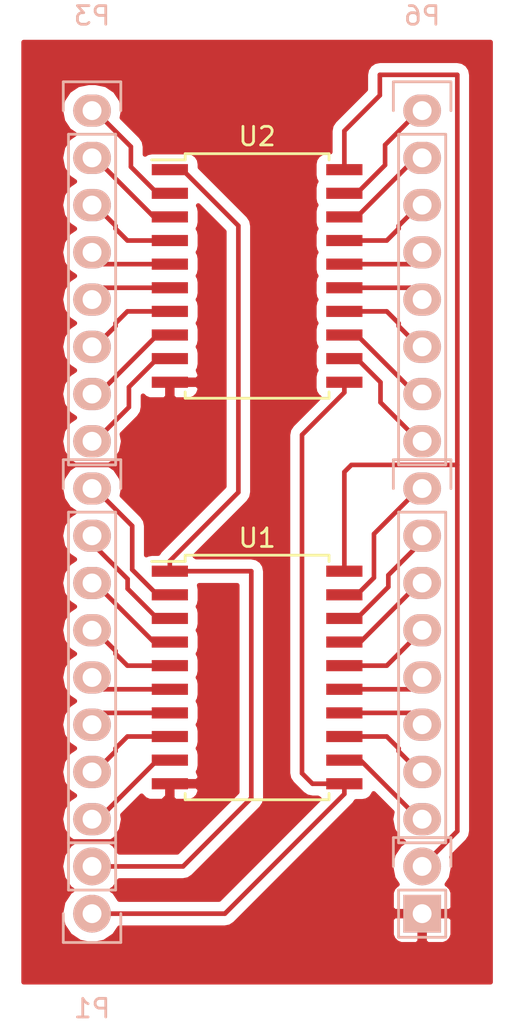
<source format=kicad_pcb>
(kicad_pcb (version 4) (host pcbnew 4.0.2+dfsg1-stable)

  (general
    (links 40)
    (no_connects 0)
    (area 132.051667 85.215 160.048334 140.695)
    (thickness 1.6)
    (drawings 0)
    (tracks 152)
    (zones 0)
    (modules 8)
    (nets 37)
  )

  (page A4)
  (layers
    (0 F.Cu signal)
    (31 B.Cu signal)
    (32 B.Adhes user)
    (33 F.Adhes user)
    (34 B.Paste user)
    (35 F.Paste user)
    (36 B.SilkS user)
    (37 F.SilkS user)
    (38 B.Mask user)
    (39 F.Mask user)
    (40 Dwgs.User user)
    (41 Cmts.User user)
    (42 Eco1.User user)
    (43 Eco2.User user)
    (44 Edge.Cuts user)
    (45 Margin user)
    (46 B.CrtYd user)
    (47 F.CrtYd user)
    (48 B.Fab user)
    (49 F.Fab user)
  )

  (setup
    (last_trace_width 0.25)
    (trace_clearance 0.2)
    (zone_clearance 0.508)
    (zone_45_only no)
    (trace_min 0.2)
    (segment_width 0.2)
    (edge_width 0.15)
    (via_size 0.6)
    (via_drill 0.4)
    (via_min_size 0.4)
    (via_min_drill 0.3)
    (uvia_size 0.3)
    (uvia_drill 0.1)
    (uvias_allowed no)
    (uvia_min_size 0.2)
    (uvia_min_drill 0.1)
    (pcb_text_width 0.3)
    (pcb_text_size 1.5 1.5)
    (mod_edge_width 0.15)
    (mod_text_size 1 1)
    (mod_text_width 0.15)
    (pad_size 2.032 2.032)
    (pad_drill 1.016)
    (pad_to_mask_clearance 0.2)
    (aux_axis_origin 0 0)
    (visible_elements FFFFFF7F)
    (pcbplotparams
      (layerselection 0x00000_00000001)
      (usegerberextensions false)
      (excludeedgelayer true)
      (linewidth 0.100000)
      (plotframeref false)
      (viasonmask false)
      (mode 1)
      (useauxorigin false)
      (hpglpennumber 1)
      (hpglpenspeed 20)
      (hpglpendiameter 15)
      (hpglpenoverlay 2)
      (psnegative false)
      (psa4output false)
      (plotreference true)
      (plotvalue true)
      (plotinvisibletext false)
      (padsonsilk false)
      (subtractmaskfromsilk false)
      (outputformat 4)
      (mirror true)
      (drillshape 1)
      (scaleselection 1)
      (outputdirectory ""))
  )

  (net 0 "")
  (net 1 /CLK)
  (net 2 "Net-(P1-Pad2)")
  (net 3 "Net-(P2-Pad1)")
  (net 4 "Net-(P2-Pad2)")
  (net 5 "Net-(P2-Pad3)")
  (net 6 "Net-(P2-Pad4)")
  (net 7 "Net-(P2-Pad5)")
  (net 8 "Net-(P2-Pad6)")
  (net 9 "Net-(P2-Pad7)")
  (net 10 "Net-(P2-Pad8)")
  (net 11 "Net-(P3-Pad1)")
  (net 12 "Net-(P3-Pad2)")
  (net 13 "Net-(P3-Pad3)")
  (net 14 "Net-(P3-Pad4)")
  (net 15 "Net-(P3-Pad5)")
  (net 16 "Net-(P3-Pad6)")
  (net 17 "Net-(P3-Pad7)")
  (net 18 "Net-(P3-Pad8)")
  (net 19 VCC)
  (net 20 GND)
  (net 21 "Net-(P5-Pad1)")
  (net 22 "Net-(P5-Pad2)")
  (net 23 "Net-(P5-Pad3)")
  (net 24 "Net-(P5-Pad4)")
  (net 25 "Net-(P5-Pad5)")
  (net 26 "Net-(P5-Pad6)")
  (net 27 "Net-(P5-Pad7)")
  (net 28 "Net-(P5-Pad8)")
  (net 29 "Net-(P6-Pad1)")
  (net 30 "Net-(P6-Pad2)")
  (net 31 "Net-(P6-Pad3)")
  (net 32 "Net-(P6-Pad4)")
  (net 33 "Net-(P6-Pad5)")
  (net 34 "Net-(P6-Pad6)")
  (net 35 "Net-(P6-Pad7)")
  (net 36 "Net-(P6-Pad8)")

  (net_class Default "This is the default net class."
    (clearance 0.2)
    (trace_width 0.25)
    (via_dia 0.6)
    (via_drill 0.4)
    (uvia_dia 0.3)
    (uvia_drill 0.1)
    (add_net /CLK)
    (add_net GND)
    (add_net "Net-(P1-Pad2)")
    (add_net "Net-(P2-Pad1)")
    (add_net "Net-(P2-Pad2)")
    (add_net "Net-(P2-Pad3)")
    (add_net "Net-(P2-Pad4)")
    (add_net "Net-(P2-Pad5)")
    (add_net "Net-(P2-Pad6)")
    (add_net "Net-(P2-Pad7)")
    (add_net "Net-(P2-Pad8)")
    (add_net "Net-(P3-Pad1)")
    (add_net "Net-(P3-Pad2)")
    (add_net "Net-(P3-Pad3)")
    (add_net "Net-(P3-Pad4)")
    (add_net "Net-(P3-Pad5)")
    (add_net "Net-(P3-Pad6)")
    (add_net "Net-(P3-Pad7)")
    (add_net "Net-(P3-Pad8)")
    (add_net "Net-(P5-Pad1)")
    (add_net "Net-(P5-Pad2)")
    (add_net "Net-(P5-Pad3)")
    (add_net "Net-(P5-Pad4)")
    (add_net "Net-(P5-Pad5)")
    (add_net "Net-(P5-Pad6)")
    (add_net "Net-(P5-Pad7)")
    (add_net "Net-(P5-Pad8)")
    (add_net "Net-(P6-Pad1)")
    (add_net "Net-(P6-Pad2)")
    (add_net "Net-(P6-Pad3)")
    (add_net "Net-(P6-Pad4)")
    (add_net "Net-(P6-Pad5)")
    (add_net "Net-(P6-Pad6)")
    (add_net "Net-(P6-Pad7)")
    (add_net "Net-(P6-Pad8)")
    (add_net VCC)
  )

  (module Pin_Headers:Pin_Header_Straight_1x02 (layer B.Cu) (tedit 5AA16CB7) (tstamp 5AA26C74)
    (at 137.16 134.62)
    (descr "Through hole pin header")
    (tags "pin header")
    (path /5AA1718D)
    (fp_text reference P1 (at 0 5.1) (layer B.SilkS)
      (effects (font (size 1 1) (thickness 0.15)) (justify mirror))
    )
    (fp_text value CONN_01X02 (at 0 3.1) (layer B.Fab)
      (effects (font (size 1 1) (thickness 0.15)) (justify mirror))
    )
    (fp_line (start 1.27 -1.27) (end 1.27 -3.81) (layer B.SilkS) (width 0.15))
    (fp_line (start 1.55 1.55) (end 1.55 0) (layer B.SilkS) (width 0.15))
    (fp_line (start -1.75 1.75) (end -1.75 -4.3) (layer B.CrtYd) (width 0.05))
    (fp_line (start 1.75 1.75) (end 1.75 -4.3) (layer B.CrtYd) (width 0.05))
    (fp_line (start -1.75 1.75) (end 1.75 1.75) (layer B.CrtYd) (width 0.05))
    (fp_line (start -1.75 -4.3) (end 1.75 -4.3) (layer B.CrtYd) (width 0.05))
    (fp_line (start 1.27 -1.27) (end -1.27 -1.27) (layer B.SilkS) (width 0.15))
    (fp_line (start -1.55 0) (end -1.55 1.55) (layer B.SilkS) (width 0.15))
    (fp_line (start -1.55 1.55) (end 1.55 1.55) (layer B.SilkS) (width 0.15))
    (fp_line (start -1.27 -1.27) (end -1.27 -3.81) (layer B.SilkS) (width 0.15))
    (fp_line (start -1.27 -3.81) (end 1.27 -3.81) (layer B.SilkS) (width 0.15))
    (pad 1 thru_hole oval (at 0 0) (size 2.032 2.032) (drill 1.016) (layers *.Cu *.Mask B.SilkS)
      (net 1 /CLK))
    (pad 2 thru_hole oval (at 0 -2.54) (size 2.032 2.032) (drill 1.016) (layers *.Cu *.Mask B.SilkS)
      (net 2 "Net-(P1-Pad2)"))
    (model Pin_Headers.3dshapes/Pin_Header_Straight_1x02.wrl
      (at (xyz 0 -0.05 0))
      (scale (xyz 1 1 1))
      (rotate (xyz 0 0 90))
    )
  )

  (module Pin_Headers:Pin_Header_Straight_1x08 (layer B.Cu) (tedit 5AA16C69) (tstamp 5AA26C80)
    (at 137.16 111.76 180)
    (descr "Through hole pin header")
    (tags "pin header")
    (path /5AA16BDE)
    (fp_text reference P2 (at 0 5.1 180) (layer B.SilkS)
      (effects (font (size 1 1) (thickness 0.15)) (justify mirror))
    )
    (fp_text value CONN_01X08 (at 0 3.1 180) (layer B.Fab)
      (effects (font (size 1 1) (thickness 0.15)) (justify mirror))
    )
    (fp_line (start -1.75 1.75) (end -1.75 -19.55) (layer B.CrtYd) (width 0.05))
    (fp_line (start 1.75 1.75) (end 1.75 -19.55) (layer B.CrtYd) (width 0.05))
    (fp_line (start -1.75 1.75) (end 1.75 1.75) (layer B.CrtYd) (width 0.05))
    (fp_line (start -1.75 -19.55) (end 1.75 -19.55) (layer B.CrtYd) (width 0.05))
    (fp_line (start 1.27 -1.27) (end 1.27 -19.05) (layer B.SilkS) (width 0.15))
    (fp_line (start 1.27 -19.05) (end -1.27 -19.05) (layer B.SilkS) (width 0.15))
    (fp_line (start -1.27 -19.05) (end -1.27 -1.27) (layer B.SilkS) (width 0.15))
    (fp_line (start 1.55 1.55) (end 1.55 0) (layer B.SilkS) (width 0.15))
    (fp_line (start 1.27 -1.27) (end -1.27 -1.27) (layer B.SilkS) (width 0.15))
    (fp_line (start -1.55 0) (end -1.55 1.55) (layer B.SilkS) (width 0.15))
    (fp_line (start -1.55 1.55) (end 1.55 1.55) (layer B.SilkS) (width 0.15))
    (pad 1 thru_hole oval (at 0 0 180) (size 2.032 1.7272) (drill 1.016) (layers *.Cu *.Mask B.SilkS)
      (net 3 "Net-(P2-Pad1)"))
    (pad 2 thru_hole oval (at 0 -2.54 180) (size 2.032 1.7272) (drill 1.016) (layers *.Cu *.Mask B.SilkS)
      (net 4 "Net-(P2-Pad2)"))
    (pad 3 thru_hole oval (at 0 -5.08 180) (size 2.032 1.7272) (drill 1.016) (layers *.Cu *.Mask B.SilkS)
      (net 5 "Net-(P2-Pad3)"))
    (pad 4 thru_hole oval (at 0 -7.62 180) (size 2.032 1.7272) (drill 1.016) (layers *.Cu *.Mask B.SilkS)
      (net 6 "Net-(P2-Pad4)"))
    (pad 5 thru_hole oval (at 0 -10.16 180) (size 2.032 1.7272) (drill 1.016) (layers *.Cu *.Mask B.SilkS)
      (net 7 "Net-(P2-Pad5)"))
    (pad 6 thru_hole oval (at 0 -12.7 180) (size 2.032 1.7272) (drill 1.016) (layers *.Cu *.Mask B.SilkS)
      (net 8 "Net-(P2-Pad6)"))
    (pad 7 thru_hole oval (at 0 -15.24 180) (size 2.032 1.7272) (drill 1.016) (layers *.Cu *.Mask B.SilkS)
      (net 9 "Net-(P2-Pad7)"))
    (pad 8 thru_hole oval (at 0 -17.78 180) (size 2.032 1.7272) (drill 1.016) (layers *.Cu *.Mask B.SilkS)
      (net 10 "Net-(P2-Pad8)"))
    (model Pin_Headers.3dshapes/Pin_Header_Straight_1x08.wrl
      (at (xyz 0 -0.35 0))
      (scale (xyz 1 1 1))
      (rotate (xyz 0 0 90))
    )
  )

  (module Pin_Headers:Pin_Header_Straight_1x08 (layer B.Cu) (tedit 5AA16C76) (tstamp 5AA26C8C)
    (at 137.16 91.44 180)
    (descr "Through hole pin header")
    (tags "pin header")
    (path /5AA16D33)
    (fp_text reference P3 (at 0 5.1 180) (layer B.SilkS)
      (effects (font (size 1 1) (thickness 0.15)) (justify mirror))
    )
    (fp_text value CONN_01X08 (at 0 3.1 180) (layer B.Fab)
      (effects (font (size 1 1) (thickness 0.15)) (justify mirror))
    )
    (fp_line (start -1.75 1.75) (end -1.75 -19.55) (layer B.CrtYd) (width 0.05))
    (fp_line (start 1.75 1.75) (end 1.75 -19.55) (layer B.CrtYd) (width 0.05))
    (fp_line (start -1.75 1.75) (end 1.75 1.75) (layer B.CrtYd) (width 0.05))
    (fp_line (start -1.75 -19.55) (end 1.75 -19.55) (layer B.CrtYd) (width 0.05))
    (fp_line (start 1.27 -1.27) (end 1.27 -19.05) (layer B.SilkS) (width 0.15))
    (fp_line (start 1.27 -19.05) (end -1.27 -19.05) (layer B.SilkS) (width 0.15))
    (fp_line (start -1.27 -19.05) (end -1.27 -1.27) (layer B.SilkS) (width 0.15))
    (fp_line (start 1.55 1.55) (end 1.55 0) (layer B.SilkS) (width 0.15))
    (fp_line (start 1.27 -1.27) (end -1.27 -1.27) (layer B.SilkS) (width 0.15))
    (fp_line (start -1.55 0) (end -1.55 1.55) (layer B.SilkS) (width 0.15))
    (fp_line (start -1.55 1.55) (end 1.55 1.55) (layer B.SilkS) (width 0.15))
    (pad 1 thru_hole oval (at 0 0 180) (size 2.032 1.7272) (drill 1.016) (layers *.Cu *.Mask B.SilkS)
      (net 11 "Net-(P3-Pad1)"))
    (pad 2 thru_hole oval (at 0 -2.54 180) (size 2.032 1.7272) (drill 1.016) (layers *.Cu *.Mask B.SilkS)
      (net 12 "Net-(P3-Pad2)"))
    (pad 3 thru_hole oval (at 0 -5.08 180) (size 2.032 1.7272) (drill 1.016) (layers *.Cu *.Mask B.SilkS)
      (net 13 "Net-(P3-Pad3)"))
    (pad 4 thru_hole oval (at 0 -7.62 180) (size 2.032 1.7272) (drill 1.016) (layers *.Cu *.Mask B.SilkS)
      (net 14 "Net-(P3-Pad4)"))
    (pad 5 thru_hole oval (at 0 -10.16 180) (size 2.032 1.7272) (drill 1.016) (layers *.Cu *.Mask B.SilkS)
      (net 15 "Net-(P3-Pad5)"))
    (pad 6 thru_hole oval (at 0 -12.7 180) (size 2.032 1.7272) (drill 1.016) (layers *.Cu *.Mask B.SilkS)
      (net 16 "Net-(P3-Pad6)"))
    (pad 7 thru_hole oval (at 0 -15.24 180) (size 2.032 1.7272) (drill 1.016) (layers *.Cu *.Mask B.SilkS)
      (net 17 "Net-(P3-Pad7)"))
    (pad 8 thru_hole oval (at 0 -17.78 180) (size 2.032 1.7272) (drill 1.016) (layers *.Cu *.Mask B.SilkS)
      (net 18 "Net-(P3-Pad8)"))
    (model Pin_Headers.3dshapes/Pin_Header_Straight_1x08.wrl
      (at (xyz 0 -0.35 0))
      (scale (xyz 1 1 1))
      (rotate (xyz 0 0 90))
    )
  )

  (module Pin_Headers:Pin_Header_Straight_1x02 (layer B.Cu) (tedit 5AA16CBF) (tstamp 5AA26C92)
    (at 154.94 132.08 180)
    (descr "Through hole pin header")
    (tags "pin header")
    (path /5AA1723C)
    (fp_text reference P4 (at 0 5.1 180) (layer B.SilkS)
      (effects (font (size 1 1) (thickness 0.15)) (justify mirror))
    )
    (fp_text value CONN_01X02 (at 0 3.1 180) (layer B.Fab)
      (effects (font (size 1 1) (thickness 0.15)) (justify mirror))
    )
    (fp_line (start 1.27 -1.27) (end 1.27 -3.81) (layer B.SilkS) (width 0.15))
    (fp_line (start 1.55 1.55) (end 1.55 0) (layer B.SilkS) (width 0.15))
    (fp_line (start -1.75 1.75) (end -1.75 -4.3) (layer B.CrtYd) (width 0.05))
    (fp_line (start 1.75 1.75) (end 1.75 -4.3) (layer B.CrtYd) (width 0.05))
    (fp_line (start -1.75 1.75) (end 1.75 1.75) (layer B.CrtYd) (width 0.05))
    (fp_line (start -1.75 -4.3) (end 1.75 -4.3) (layer B.CrtYd) (width 0.05))
    (fp_line (start 1.27 -1.27) (end -1.27 -1.27) (layer B.SilkS) (width 0.15))
    (fp_line (start -1.55 0) (end -1.55 1.55) (layer B.SilkS) (width 0.15))
    (fp_line (start -1.55 1.55) (end 1.55 1.55) (layer B.SilkS) (width 0.15))
    (fp_line (start -1.27 -1.27) (end -1.27 -3.81) (layer B.SilkS) (width 0.15))
    (fp_line (start -1.27 -3.81) (end 1.27 -3.81) (layer B.SilkS) (width 0.15))
    (pad 1 thru_hole oval (at 0 0 180) (size 2.032 2.032) (drill 1.016) (layers *.Cu *.Mask B.SilkS)
      (net 19 VCC))
    (pad 2 thru_hole rect (at 0 -2.54 180) (size 2.032 2.032) (drill 1.016) (layers *.Cu *.Mask B.SilkS)
      (net 20 GND))
    (model Pin_Headers.3dshapes/Pin_Header_Straight_1x02.wrl
      (at (xyz 0 -0.05 0))
      (scale (xyz 1 1 1))
      (rotate (xyz 0 0 90))
    )
  )

  (module Pin_Headers:Pin_Header_Straight_1x08 (layer B.Cu) (tedit 5AA16CAC) (tstamp 5AA26C9E)
    (at 154.94 111.76 180)
    (descr "Through hole pin header")
    (tags "pin header")
    (path /5AA16DC2)
    (fp_text reference P5 (at 0 5.1 180) (layer B.SilkS)
      (effects (font (size 1 1) (thickness 0.15)) (justify mirror))
    )
    (fp_text value CONN_01X08 (at 0 3.1 180) (layer B.Fab)
      (effects (font (size 1 1) (thickness 0.15)) (justify mirror))
    )
    (fp_line (start -1.75 1.75) (end -1.75 -19.55) (layer B.CrtYd) (width 0.05))
    (fp_line (start 1.75 1.75) (end 1.75 -19.55) (layer B.CrtYd) (width 0.05))
    (fp_line (start -1.75 1.75) (end 1.75 1.75) (layer B.CrtYd) (width 0.05))
    (fp_line (start -1.75 -19.55) (end 1.75 -19.55) (layer B.CrtYd) (width 0.05))
    (fp_line (start 1.27 -1.27) (end 1.27 -19.05) (layer B.SilkS) (width 0.15))
    (fp_line (start 1.27 -19.05) (end -1.27 -19.05) (layer B.SilkS) (width 0.15))
    (fp_line (start -1.27 -19.05) (end -1.27 -1.27) (layer B.SilkS) (width 0.15))
    (fp_line (start 1.55 1.55) (end 1.55 0) (layer B.SilkS) (width 0.15))
    (fp_line (start 1.27 -1.27) (end -1.27 -1.27) (layer B.SilkS) (width 0.15))
    (fp_line (start -1.55 0) (end -1.55 1.55) (layer B.SilkS) (width 0.15))
    (fp_line (start -1.55 1.55) (end 1.55 1.55) (layer B.SilkS) (width 0.15))
    (pad 1 thru_hole oval (at 0 0 180) (size 2.032 1.7272) (drill 1.016) (layers *.Cu *.Mask B.SilkS)
      (net 21 "Net-(P5-Pad1)"))
    (pad 2 thru_hole oval (at 0 -2.54 180) (size 2.032 1.7272) (drill 1.016) (layers *.Cu *.Mask B.SilkS)
      (net 22 "Net-(P5-Pad2)"))
    (pad 3 thru_hole oval (at 0 -5.08 180) (size 2.032 1.7272) (drill 1.016) (layers *.Cu *.Mask B.SilkS)
      (net 23 "Net-(P5-Pad3)"))
    (pad 4 thru_hole oval (at 0 -7.62 180) (size 2.032 1.7272) (drill 1.016) (layers *.Cu *.Mask B.SilkS)
      (net 24 "Net-(P5-Pad4)"))
    (pad 5 thru_hole oval (at 0 -10.16 180) (size 2.032 1.7272) (drill 1.016) (layers *.Cu *.Mask B.SilkS)
      (net 25 "Net-(P5-Pad5)"))
    (pad 6 thru_hole oval (at 0 -12.7 180) (size 2.032 1.7272) (drill 1.016) (layers *.Cu *.Mask B.SilkS)
      (net 26 "Net-(P5-Pad6)"))
    (pad 7 thru_hole oval (at 0 -15.24 180) (size 2.032 1.7272) (drill 1.016) (layers *.Cu *.Mask B.SilkS)
      (net 27 "Net-(P5-Pad7)"))
    (pad 8 thru_hole oval (at 0 -17.78 180) (size 2.032 1.7272) (drill 1.016) (layers *.Cu *.Mask B.SilkS)
      (net 28 "Net-(P5-Pad8)"))
    (model Pin_Headers.3dshapes/Pin_Header_Straight_1x08.wrl
      (at (xyz 0 -0.35 0))
      (scale (xyz 1 1 1))
      (rotate (xyz 0 0 90))
    )
  )

  (module Pin_Headers:Pin_Header_Straight_1x08 (layer B.Cu) (tedit 5AA16CA1) (tstamp 5AA26CAA)
    (at 154.94 91.44 180)
    (descr "Through hole pin header")
    (tags "pin header")
    (path /5AA16D73)
    (fp_text reference P6 (at 0 5.1 180) (layer B.SilkS)
      (effects (font (size 1 1) (thickness 0.15)) (justify mirror))
    )
    (fp_text value CONN_01X08 (at 0 3.1 180) (layer B.Fab)
      (effects (font (size 1 1) (thickness 0.15)) (justify mirror))
    )
    (fp_line (start -1.75 1.75) (end -1.75 -19.55) (layer B.CrtYd) (width 0.05))
    (fp_line (start 1.75 1.75) (end 1.75 -19.55) (layer B.CrtYd) (width 0.05))
    (fp_line (start -1.75 1.75) (end 1.75 1.75) (layer B.CrtYd) (width 0.05))
    (fp_line (start -1.75 -19.55) (end 1.75 -19.55) (layer B.CrtYd) (width 0.05))
    (fp_line (start 1.27 -1.27) (end 1.27 -19.05) (layer B.SilkS) (width 0.15))
    (fp_line (start 1.27 -19.05) (end -1.27 -19.05) (layer B.SilkS) (width 0.15))
    (fp_line (start -1.27 -19.05) (end -1.27 -1.27) (layer B.SilkS) (width 0.15))
    (fp_line (start 1.55 1.55) (end 1.55 0) (layer B.SilkS) (width 0.15))
    (fp_line (start 1.27 -1.27) (end -1.27 -1.27) (layer B.SilkS) (width 0.15))
    (fp_line (start -1.55 0) (end -1.55 1.55) (layer B.SilkS) (width 0.15))
    (fp_line (start -1.55 1.55) (end 1.55 1.55) (layer B.SilkS) (width 0.15))
    (pad 1 thru_hole oval (at 0 0 180) (size 2.032 1.7272) (drill 1.016) (layers *.Cu *.Mask B.SilkS)
      (net 29 "Net-(P6-Pad1)"))
    (pad 2 thru_hole oval (at 0 -2.54 180) (size 2.032 1.7272) (drill 1.016) (layers *.Cu *.Mask B.SilkS)
      (net 30 "Net-(P6-Pad2)"))
    (pad 3 thru_hole oval (at 0 -5.08 180) (size 2.032 1.7272) (drill 1.016) (layers *.Cu *.Mask B.SilkS)
      (net 31 "Net-(P6-Pad3)"))
    (pad 4 thru_hole oval (at 0 -7.62 180) (size 2.032 1.7272) (drill 1.016) (layers *.Cu *.Mask B.SilkS)
      (net 32 "Net-(P6-Pad4)"))
    (pad 5 thru_hole oval (at 0 -10.16 180) (size 2.032 1.7272) (drill 1.016) (layers *.Cu *.Mask B.SilkS)
      (net 33 "Net-(P6-Pad5)"))
    (pad 6 thru_hole oval (at 0 -12.7 180) (size 2.032 1.7272) (drill 1.016) (layers *.Cu *.Mask B.SilkS)
      (net 34 "Net-(P6-Pad6)"))
    (pad 7 thru_hole oval (at 0 -15.24 180) (size 2.032 1.7272) (drill 1.016) (layers *.Cu *.Mask B.SilkS)
      (net 35 "Net-(P6-Pad7)"))
    (pad 8 thru_hole oval (at 0 -17.78 180) (size 2.032 1.7272) (drill 1.016) (layers *.Cu *.Mask B.SilkS)
      (net 36 "Net-(P6-Pad8)"))
    (model Pin_Headers.3dshapes/Pin_Header_Straight_1x08.wrl
      (at (xyz 0 -0.35 0))
      (scale (xyz 1 1 1))
      (rotate (xyz 0 0 90))
    )
  )

  (module Housings_SOIC:SOIC-20_7.5x12.8mm_Pitch1.27mm (layer F.Cu) (tedit 54130A77) (tstamp 5AA26CC2)
    (at 146.05 121.92)
    (descr "20-Lead Plastic Small Outline (SO) - Wide, 7.50 mm Body [SOIC] (see Microchip Packaging Specification 00000049BS.pdf)")
    (tags "SOIC 1.27")
    (path /5AA1662B)
    (attr smd)
    (fp_text reference U1 (at 0 -7.5) (layer F.SilkS)
      (effects (font (size 1 1) (thickness 0.15)))
    )
    (fp_text value 74LS574 (at 0 7.5) (layer F.Fab)
      (effects (font (size 1 1) (thickness 0.15)))
    )
    (fp_line (start -5.95 -6.75) (end -5.95 6.75) (layer F.CrtYd) (width 0.05))
    (fp_line (start 5.95 -6.75) (end 5.95 6.75) (layer F.CrtYd) (width 0.05))
    (fp_line (start -5.95 -6.75) (end 5.95 -6.75) (layer F.CrtYd) (width 0.05))
    (fp_line (start -5.95 6.75) (end 5.95 6.75) (layer F.CrtYd) (width 0.05))
    (fp_line (start -3.875 -6.575) (end -3.875 -6.24) (layer F.SilkS) (width 0.15))
    (fp_line (start 3.875 -6.575) (end 3.875 -6.24) (layer F.SilkS) (width 0.15))
    (fp_line (start 3.875 6.575) (end 3.875 6.24) (layer F.SilkS) (width 0.15))
    (fp_line (start -3.875 6.575) (end -3.875 6.24) (layer F.SilkS) (width 0.15))
    (fp_line (start -3.875 -6.575) (end 3.875 -6.575) (layer F.SilkS) (width 0.15))
    (fp_line (start -3.875 6.575) (end 3.875 6.575) (layer F.SilkS) (width 0.15))
    (fp_line (start -3.875 -6.24) (end -5.675 -6.24) (layer F.SilkS) (width 0.15))
    (pad 1 smd rect (at -4.7 -5.715) (size 1.95 0.6) (layers F.Cu F.Paste F.Mask)
      (net 2 "Net-(P1-Pad2)"))
    (pad 2 smd rect (at -4.7 -4.445) (size 1.95 0.6) (layers F.Cu F.Paste F.Mask)
      (net 3 "Net-(P2-Pad1)"))
    (pad 3 smd rect (at -4.7 -3.175) (size 1.95 0.6) (layers F.Cu F.Paste F.Mask)
      (net 4 "Net-(P2-Pad2)"))
    (pad 4 smd rect (at -4.7 -1.905) (size 1.95 0.6) (layers F.Cu F.Paste F.Mask)
      (net 5 "Net-(P2-Pad3)"))
    (pad 5 smd rect (at -4.7 -0.635) (size 1.95 0.6) (layers F.Cu F.Paste F.Mask)
      (net 6 "Net-(P2-Pad4)"))
    (pad 6 smd rect (at -4.7 0.635) (size 1.95 0.6) (layers F.Cu F.Paste F.Mask)
      (net 7 "Net-(P2-Pad5)"))
    (pad 7 smd rect (at -4.7 1.905) (size 1.95 0.6) (layers F.Cu F.Paste F.Mask)
      (net 8 "Net-(P2-Pad6)"))
    (pad 8 smd rect (at -4.7 3.175) (size 1.95 0.6) (layers F.Cu F.Paste F.Mask)
      (net 9 "Net-(P2-Pad7)"))
    (pad 9 smd rect (at -4.7 4.445) (size 1.95 0.6) (layers F.Cu F.Paste F.Mask)
      (net 10 "Net-(P2-Pad8)"))
    (pad 10 smd rect (at -4.7 5.715) (size 1.95 0.6) (layers F.Cu F.Paste F.Mask)
      (net 20 GND))
    (pad 11 smd rect (at 4.7 5.715) (size 1.95 0.6) (layers F.Cu F.Paste F.Mask)
      (net 1 /CLK))
    (pad 12 smd rect (at 4.7 4.445) (size 1.95 0.6) (layers F.Cu F.Paste F.Mask)
      (net 28 "Net-(P5-Pad8)"))
    (pad 13 smd rect (at 4.7 3.175) (size 1.95 0.6) (layers F.Cu F.Paste F.Mask)
      (net 27 "Net-(P5-Pad7)"))
    (pad 14 smd rect (at 4.7 1.905) (size 1.95 0.6) (layers F.Cu F.Paste F.Mask)
      (net 26 "Net-(P5-Pad6)"))
    (pad 15 smd rect (at 4.7 0.635) (size 1.95 0.6) (layers F.Cu F.Paste F.Mask)
      (net 25 "Net-(P5-Pad5)"))
    (pad 16 smd rect (at 4.7 -0.635) (size 1.95 0.6) (layers F.Cu F.Paste F.Mask)
      (net 24 "Net-(P5-Pad4)"))
    (pad 17 smd rect (at 4.7 -1.905) (size 1.95 0.6) (layers F.Cu F.Paste F.Mask)
      (net 23 "Net-(P5-Pad3)"))
    (pad 18 smd rect (at 4.7 -3.175) (size 1.95 0.6) (layers F.Cu F.Paste F.Mask)
      (net 22 "Net-(P5-Pad2)"))
    (pad 19 smd rect (at 4.7 -4.445) (size 1.95 0.6) (layers F.Cu F.Paste F.Mask)
      (net 21 "Net-(P5-Pad1)"))
    (pad 20 smd rect (at 4.7 -5.715) (size 1.95 0.6) (layers F.Cu F.Paste F.Mask)
      (net 19 VCC))
    (model Housings_SOIC.3dshapes/SOIC-20_7.5x12.8mm_Pitch1.27mm.wrl
      (at (xyz 0 0 0))
      (scale (xyz 1 1 1))
      (rotate (xyz 0 0 0))
    )
  )

  (module Housings_SOIC:SOIC-20_7.5x12.8mm_Pitch1.27mm (layer F.Cu) (tedit 54130A77) (tstamp 5AA26CDA)
    (at 146.05 100.33)
    (descr "20-Lead Plastic Small Outline (SO) - Wide, 7.50 mm Body [SOIC] (see Microchip Packaging Specification 00000049BS.pdf)")
    (tags "SOIC 1.27")
    (path /5AA16784)
    (attr smd)
    (fp_text reference U2 (at 0 -7.5) (layer F.SilkS)
      (effects (font (size 1 1) (thickness 0.15)))
    )
    (fp_text value 74LS574 (at 0 7.5) (layer F.Fab)
      (effects (font (size 1 1) (thickness 0.15)))
    )
    (fp_line (start -5.95 -6.75) (end -5.95 6.75) (layer F.CrtYd) (width 0.05))
    (fp_line (start 5.95 -6.75) (end 5.95 6.75) (layer F.CrtYd) (width 0.05))
    (fp_line (start -5.95 -6.75) (end 5.95 -6.75) (layer F.CrtYd) (width 0.05))
    (fp_line (start -5.95 6.75) (end 5.95 6.75) (layer F.CrtYd) (width 0.05))
    (fp_line (start -3.875 -6.575) (end -3.875 -6.24) (layer F.SilkS) (width 0.15))
    (fp_line (start 3.875 -6.575) (end 3.875 -6.24) (layer F.SilkS) (width 0.15))
    (fp_line (start 3.875 6.575) (end 3.875 6.24) (layer F.SilkS) (width 0.15))
    (fp_line (start -3.875 6.575) (end -3.875 6.24) (layer F.SilkS) (width 0.15))
    (fp_line (start -3.875 -6.575) (end 3.875 -6.575) (layer F.SilkS) (width 0.15))
    (fp_line (start -3.875 6.575) (end 3.875 6.575) (layer F.SilkS) (width 0.15))
    (fp_line (start -3.875 -6.24) (end -5.675 -6.24) (layer F.SilkS) (width 0.15))
    (pad 1 smd rect (at -4.7 -5.715) (size 1.95 0.6) (layers F.Cu F.Paste F.Mask)
      (net 2 "Net-(P1-Pad2)"))
    (pad 2 smd rect (at -4.7 -4.445) (size 1.95 0.6) (layers F.Cu F.Paste F.Mask)
      (net 11 "Net-(P3-Pad1)"))
    (pad 3 smd rect (at -4.7 -3.175) (size 1.95 0.6) (layers F.Cu F.Paste F.Mask)
      (net 12 "Net-(P3-Pad2)"))
    (pad 4 smd rect (at -4.7 -1.905) (size 1.95 0.6) (layers F.Cu F.Paste F.Mask)
      (net 13 "Net-(P3-Pad3)"))
    (pad 5 smd rect (at -4.7 -0.635) (size 1.95 0.6) (layers F.Cu F.Paste F.Mask)
      (net 14 "Net-(P3-Pad4)"))
    (pad 6 smd rect (at -4.7 0.635) (size 1.95 0.6) (layers F.Cu F.Paste F.Mask)
      (net 15 "Net-(P3-Pad5)"))
    (pad 7 smd rect (at -4.7 1.905) (size 1.95 0.6) (layers F.Cu F.Paste F.Mask)
      (net 16 "Net-(P3-Pad6)"))
    (pad 8 smd rect (at -4.7 3.175) (size 1.95 0.6) (layers F.Cu F.Paste F.Mask)
      (net 17 "Net-(P3-Pad7)"))
    (pad 9 smd rect (at -4.7 4.445) (size 1.95 0.6) (layers F.Cu F.Paste F.Mask)
      (net 18 "Net-(P3-Pad8)"))
    (pad 10 smd rect (at -4.7 5.715) (size 1.95 0.6) (layers F.Cu F.Paste F.Mask)
      (net 20 GND))
    (pad 11 smd rect (at 4.7 5.715) (size 1.95 0.6) (layers F.Cu F.Paste F.Mask)
      (net 1 /CLK))
    (pad 12 smd rect (at 4.7 4.445) (size 1.95 0.6) (layers F.Cu F.Paste F.Mask)
      (net 36 "Net-(P6-Pad8)"))
    (pad 13 smd rect (at 4.7 3.175) (size 1.95 0.6) (layers F.Cu F.Paste F.Mask)
      (net 35 "Net-(P6-Pad7)"))
    (pad 14 smd rect (at 4.7 1.905) (size 1.95 0.6) (layers F.Cu F.Paste F.Mask)
      (net 34 "Net-(P6-Pad6)"))
    (pad 15 smd rect (at 4.7 0.635) (size 1.95 0.6) (layers F.Cu F.Paste F.Mask)
      (net 33 "Net-(P6-Pad5)"))
    (pad 16 smd rect (at 4.7 -0.635) (size 1.95 0.6) (layers F.Cu F.Paste F.Mask)
      (net 32 "Net-(P6-Pad4)"))
    (pad 17 smd rect (at 4.7 -1.905) (size 1.95 0.6) (layers F.Cu F.Paste F.Mask)
      (net 31 "Net-(P6-Pad3)"))
    (pad 18 smd rect (at 4.7 -3.175) (size 1.95 0.6) (layers F.Cu F.Paste F.Mask)
      (net 30 "Net-(P6-Pad2)"))
    (pad 19 smd rect (at 4.7 -4.445) (size 1.95 0.6) (layers F.Cu F.Paste F.Mask)
      (net 29 "Net-(P6-Pad1)"))
    (pad 20 smd rect (at 4.7 -5.715) (size 1.95 0.6) (layers F.Cu F.Paste F.Mask)
      (net 19 VCC))
    (model Housings_SOIC.3dshapes/SOIC-20_7.5x12.8mm_Pitch1.27mm.wrl
      (at (xyz 0 0 0))
      (scale (xyz 1 1 1))
      (rotate (xyz 0 0 0))
    )
  )

  (segment (start 150.75 106.045) (end 150.75 106.595) (width 0.25) (layer F.Cu) (net 1))
  (segment (start 150.75 106.595) (end 148.468764 108.876236) (width 0.25) (layer F.Cu) (net 1))
  (segment (start 148.468764 127.071788) (end 149.031976 127.635) (width 0.25) (layer F.Cu) (net 1))
  (segment (start 148.468764 108.876236) (end 148.468764 127.071788) (width 0.25) (layer F.Cu) (net 1))
  (segment (start 149.031976 127.635) (end 150.75 127.635) (width 0.25) (layer F.Cu) (net 1))
  (segment (start 137.16 134.62) (end 144.315 134.62) (width 0.25) (layer F.Cu) (net 1))
  (segment (start 144.315 134.62) (end 150.75 128.185) (width 0.25) (layer F.Cu) (net 1))
  (segment (start 150.75 128.185) (end 150.75 127.635) (width 0.25) (layer F.Cu) (net 1))
  (segment (start 141.35 116.205) (end 145.737132 116.205) (width 0.25) (layer F.Cu) (net 2))
  (segment (start 145.737132 116.205) (end 145.737132 128.405841) (width 0.25) (layer F.Cu) (net 2))
  (segment (start 145.737132 128.405841) (end 142.062973 132.08) (width 0.25) (layer F.Cu) (net 2))
  (segment (start 142.062973 132.08) (end 138.59684 132.08) (width 0.25) (layer F.Cu) (net 2))
  (segment (start 138.59684 132.08) (end 137.16 132.08) (width 0.25) (layer F.Cu) (net 2))
  (segment (start 141.35 94.615) (end 142.025 94.615) (width 0.25) (layer F.Cu) (net 2))
  (segment (start 142.025 94.615) (end 145.040833 97.630833) (width 0.25) (layer F.Cu) (net 2))
  (segment (start 145.040833 97.630833) (end 145.040833 111.964167) (width 0.25) (layer F.Cu) (net 2))
  (segment (start 145.040833 111.964167) (end 141.35 115.655) (width 0.25) (layer F.Cu) (net 2))
  (segment (start 141.35 115.655) (end 141.35 116.205) (width 0.25) (layer F.Cu) (net 2))
  (segment (start 141.35 117.475) (end 140.675 117.475) (width 0.25) (layer F.Cu) (net 3))
  (segment (start 140.675 117.475) (end 139.322822 116.122822) (width 0.25) (layer F.Cu) (net 3))
  (segment (start 139.322822 116.122822) (end 139.322822 113.770422) (width 0.25) (layer F.Cu) (net 3))
  (segment (start 139.322822 113.770422) (end 137.3124 111.76) (width 0.25) (layer F.Cu) (net 3))
  (segment (start 137.3124 111.76) (end 137.16 111.76) (width 0.25) (layer F.Cu) (net 3))
  (segment (start 141.35 118.745) (end 140.675 118.745) (width 0.25) (layer F.Cu) (net 4))
  (segment (start 140.675 118.745) (end 139.076459 117.146459) (width 0.25) (layer F.Cu) (net 4))
  (segment (start 139.076459 117.146459) (end 139.076459 116.627868) (width 0.25) (layer F.Cu) (net 4))
  (segment (start 139.076459 116.627868) (end 137.16 114.711409) (width 0.25) (layer F.Cu) (net 4))
  (segment (start 137.16 114.711409) (end 137.16 114.3) (width 0.25) (layer F.Cu) (net 4))
  (segment (start 141.35 120.015) (end 140.4874 120.015) (width 0.25) (layer F.Cu) (net 5))
  (segment (start 140.4874 120.015) (end 137.3124 116.84) (width 0.25) (layer F.Cu) (net 5))
  (segment (start 137.3124 116.84) (end 137.16 116.84) (width 0.25) (layer F.Cu) (net 5))
  (segment (start 141.35 121.285) (end 139.065 121.285) (width 0.25) (layer F.Cu) (net 6))
  (segment (start 139.065 121.285) (end 138.426 120.646) (width 0.25) (layer F.Cu) (net 6))
  (segment (start 138.426 120.646) (end 138.426 120.4936) (width 0.25) (layer F.Cu) (net 6))
  (segment (start 138.426 120.4936) (end 137.3124 119.38) (width 0.25) (layer F.Cu) (net 6))
  (segment (start 137.3124 119.38) (end 137.16 119.38) (width 0.25) (layer F.Cu) (net 6))
  (segment (start 141.35 122.555) (end 137.795 122.555) (width 0.25) (layer F.Cu) (net 7))
  (segment (start 137.795 122.555) (end 137.16 121.92) (width 0.25) (layer F.Cu) (net 7))
  (segment (start 141.35 123.825) (end 137.795 123.825) (width 0.25) (layer F.Cu) (net 8))
  (segment (start 137.795 123.825) (end 137.16 124.46) (width 0.25) (layer F.Cu) (net 8))
  (segment (start 141.35 125.095) (end 139.065 125.095) (width 0.25) (layer F.Cu) (net 9))
  (segment (start 139.065 125.095) (end 138.426 125.734) (width 0.25) (layer F.Cu) (net 9))
  (segment (start 138.426 125.734) (end 138.426 125.8864) (width 0.25) (layer F.Cu) (net 9))
  (segment (start 137.3124 127) (end 137.16 127) (width 0.25) (layer F.Cu) (net 9))
  (segment (start 138.426 125.8864) (end 137.3124 127) (width 0.25) (layer F.Cu) (net 9))
  (segment (start 141.35 126.365) (end 140.675 126.365) (width 0.25) (layer F.Cu) (net 10))
  (segment (start 140.675 126.365) (end 137.5 129.54) (width 0.25) (layer F.Cu) (net 10))
  (segment (start 137.5 129.54) (end 137.16 129.54) (width 0.25) (layer F.Cu) (net 10))
  (segment (start 141.35 95.885) (end 140.675 95.885) (width 0.25) (layer F.Cu) (net 11))
  (segment (start 140.675 95.885) (end 139.252432 94.462432) (width 0.25) (layer F.Cu) (net 11))
  (segment (start 139.252432 94.462432) (end 139.252432 93.380032) (width 0.25) (layer F.Cu) (net 11))
  (segment (start 139.252432 93.380032) (end 137.3124 91.44) (width 0.25) (layer F.Cu) (net 11))
  (segment (start 137.3124 91.44) (end 137.16 91.44) (width 0.25) (layer F.Cu) (net 11))
  (segment (start 141.35 97.155) (end 140.4874 97.155) (width 0.25) (layer F.Cu) (net 12))
  (segment (start 140.4874 97.155) (end 137.3124 93.98) (width 0.25) (layer F.Cu) (net 12))
  (segment (start 137.3124 93.98) (end 137.16 93.98) (width 0.25) (layer F.Cu) (net 12))
  (segment (start 141.35 98.425) (end 139.065 98.425) (width 0.25) (layer F.Cu) (net 13))
  (segment (start 139.065 98.425) (end 138.426 97.786) (width 0.25) (layer F.Cu) (net 13))
  (segment (start 138.426 97.786) (end 138.426 97.6336) (width 0.25) (layer F.Cu) (net 13))
  (segment (start 138.426 97.6336) (end 137.3124 96.52) (width 0.25) (layer F.Cu) (net 13))
  (segment (start 137.3124 96.52) (end 137.16 96.52) (width 0.25) (layer F.Cu) (net 13))
  (segment (start 141.35 99.695) (end 137.795 99.695) (width 0.25) (layer F.Cu) (net 14))
  (segment (start 137.795 99.695) (end 137.16 99.06) (width 0.25) (layer F.Cu) (net 14))
  (segment (start 141.35 100.965) (end 137.795 100.965) (width 0.25) (layer F.Cu) (net 15))
  (segment (start 137.795 100.965) (end 137.16 101.6) (width 0.25) (layer F.Cu) (net 15))
  (segment (start 141.35 102.235) (end 139.065 102.235) (width 0.25) (layer F.Cu) (net 16))
  (segment (start 139.065 102.235) (end 138.426 102.874) (width 0.25) (layer F.Cu) (net 16))
  (segment (start 138.426 102.874) (end 138.426 103.0264) (width 0.25) (layer F.Cu) (net 16))
  (segment (start 138.426 103.0264) (end 137.3124 104.14) (width 0.25) (layer F.Cu) (net 16))
  (segment (start 137.3124 104.14) (end 137.16 104.14) (width 0.25) (layer F.Cu) (net 16))
  (segment (start 141.35 103.505) (end 140.675 103.505) (width 0.25) (layer F.Cu) (net 17))
  (segment (start 140.675 103.505) (end 137.5 106.68) (width 0.25) (layer F.Cu) (net 17))
  (segment (start 137.5 106.68) (end 137.16 106.68) (width 0.25) (layer F.Cu) (net 17))
  (segment (start 141.35 104.775) (end 140.675 104.775) (width 0.25) (layer F.Cu) (net 18))
  (segment (start 140.675 104.775) (end 139.146848 106.303152) (width 0.25) (layer F.Cu) (net 18))
  (segment (start 139.146848 106.303152) (end 139.146848 107.385552) (width 0.25) (layer F.Cu) (net 18))
  (segment (start 139.146848 107.385552) (end 137.3124 109.22) (width 0.25) (layer F.Cu) (net 18))
  (segment (start 137.3124 109.22) (end 137.16 109.22) (width 0.25) (layer F.Cu) (net 18))
  (segment (start 150.75 94.615) (end 150.75 92.530621) (width 0.25) (layer F.Cu) (net 19))
  (segment (start 150.75 92.530621) (end 152.661588 90.619033) (width 0.25) (layer F.Cu) (net 19))
  (segment (start 156.834161 89.515088) (end 156.834161 110.49) (width 0.25) (layer F.Cu) (net 19))
  (segment (start 152.661588 90.619033) (end 152.661588 89.515088) (width 0.25) (layer F.Cu) (net 19))
  (segment (start 152.661588 89.515088) (end 156.834161 89.515088) (width 0.25) (layer F.Cu) (net 19))
  (segment (start 156.834161 130.185839) (end 156.834161 110.49) (width 0.25) (layer F.Cu) (net 19))
  (segment (start 154.94 132.08) (end 156.834161 130.185839) (width 0.25) (layer F.Cu) (net 19))
  (segment (start 151.13 110.49) (end 150.75 110.87) (width 0.25) (layer F.Cu) (net 19))
  (segment (start 156.834161 110.49) (end 151.13 110.49) (width 0.25) (layer F.Cu) (net 19))
  (segment (start 150.75 110.87) (end 150.75 116.205) (width 0.25) (layer F.Cu) (net 19))
  (segment (start 141.35 106.045) (end 141.35 108.232318) (width 0.25) (layer F.Cu) (net 20))
  (segment (start 141.35 108.232318) (end 139.092318 110.49) (width 0.25) (layer F.Cu) (net 20))
  (segment (start 139.092318 110.49) (end 135.89 110.49) (width 0.25) (layer F.Cu) (net 20))
  (segment (start 135.818999 130.738999) (end 134.62 129.54) (width 0.25) (layer F.Cu) (net 20))
  (segment (start 141.35 127.635) (end 141.35 128.185) (width 0.25) (layer F.Cu) (net 20))
  (segment (start 141.35 128.185) (end 138.796001 130.738999) (width 0.25) (layer F.Cu) (net 20))
  (segment (start 138.796001 130.738999) (end 135.818999 130.738999) (width 0.25) (layer F.Cu) (net 20))
  (segment (start 150.75 117.475) (end 151.425 117.475) (width 0.25) (layer F.Cu) (net 21))
  (segment (start 151.425 117.475) (end 152.344837 116.555163) (width 0.25) (layer F.Cu) (net 21))
  (segment (start 152.344837 116.555163) (end 152.344837 114.202763) (width 0.25) (layer F.Cu) (net 21))
  (segment (start 152.344837 114.202763) (end 154.7876 111.76) (width 0.25) (layer F.Cu) (net 21))
  (segment (start 154.7876 111.76) (end 154.94 111.76) (width 0.25) (layer F.Cu) (net 21))
  (segment (start 150.75 118.745) (end 151.425 118.745) (width 0.25) (layer F.Cu) (net 22))
  (segment (start 154.94 114.59641) (end 154.94 114.3) (width 0.25) (layer F.Cu) (net 22))
  (segment (start 151.425 118.745) (end 153.119119 117.050881) (width 0.25) (layer F.Cu) (net 22))
  (segment (start 153.119119 117.050881) (end 153.119119 116.417291) (width 0.25) (layer F.Cu) (net 22))
  (segment (start 153.119119 116.417291) (end 154.94 114.59641) (width 0.25) (layer F.Cu) (net 22))
  (segment (start 150.75 120.015) (end 151.6126 120.015) (width 0.25) (layer F.Cu) (net 23))
  (segment (start 151.6126 120.015) (end 154.7876 116.84) (width 0.25) (layer F.Cu) (net 23))
  (segment (start 154.7876 116.84) (end 154.94 116.84) (width 0.25) (layer F.Cu) (net 23))
  (segment (start 150.75 121.285) (end 153.035 121.285) (width 0.25) (layer F.Cu) (net 24))
  (segment (start 153.035 121.285) (end 154.94 119.38) (width 0.25) (layer F.Cu) (net 24))
  (segment (start 150.75 122.555) (end 154.305 122.555) (width 0.25) (layer F.Cu) (net 25))
  (segment (start 154.305 122.555) (end 154.94 121.92) (width 0.25) (layer F.Cu) (net 25))
  (segment (start 150.75 123.825) (end 154.305 123.825) (width 0.25) (layer F.Cu) (net 26))
  (segment (start 154.305 123.825) (end 154.94 124.46) (width 0.25) (layer F.Cu) (net 26))
  (segment (start 150.75 125.095) (end 153.035 125.095) (width 0.25) (layer F.Cu) (net 27))
  (segment (start 153.035 125.095) (end 153.674 125.734) (width 0.25) (layer F.Cu) (net 27))
  (segment (start 153.674 125.8864) (end 154.7876 127) (width 0.25) (layer F.Cu) (net 27))
  (segment (start 153.674 125.734) (end 153.674 125.8864) (width 0.25) (layer F.Cu) (net 27))
  (segment (start 154.7876 127) (end 154.94 127) (width 0.25) (layer F.Cu) (net 27))
  (segment (start 150.75 126.365) (end 151.6126 126.365) (width 0.25) (layer F.Cu) (net 28))
  (segment (start 151.6126 126.365) (end 154.7876 129.54) (width 0.25) (layer F.Cu) (net 28))
  (segment (start 154.7876 129.54) (end 154.94 129.54) (width 0.25) (layer F.Cu) (net 28))
  (segment (start 150.75 95.885) (end 151.425 95.885) (width 0.25) (layer F.Cu) (net 29))
  (segment (start 151.425 95.885) (end 152.943146 94.366854) (width 0.25) (layer F.Cu) (net 29))
  (segment (start 152.943146 94.366854) (end 152.943146 93.284454) (width 0.25) (layer F.Cu) (net 29))
  (segment (start 152.943146 93.284454) (end 154.7876 91.44) (width 0.25) (layer F.Cu) (net 29))
  (segment (start 154.7876 91.44) (end 154.94 91.44) (width 0.25) (layer F.Cu) (net 29))
  (segment (start 150.75 97.155) (end 151.425 97.155) (width 0.25) (layer F.Cu) (net 30))
  (segment (start 154.6 93.98) (end 154.94 93.98) (width 0.25) (layer F.Cu) (net 30))
  (segment (start 151.425 97.155) (end 154.6 93.98) (width 0.25) (layer F.Cu) (net 30))
  (segment (start 150.75 98.425) (end 153.035 98.425) (width 0.25) (layer F.Cu) (net 31))
  (segment (start 153.035 98.425) (end 153.674 97.786) (width 0.25) (layer F.Cu) (net 31))
  (segment (start 153.674 97.786) (end 153.674 97.6336) (width 0.25) (layer F.Cu) (net 31))
  (segment (start 153.674 97.6336) (end 154.7876 96.52) (width 0.25) (layer F.Cu) (net 31))
  (segment (start 154.7876 96.52) (end 154.94 96.52) (width 0.25) (layer F.Cu) (net 31))
  (segment (start 150.75 99.695) (end 154.305 99.695) (width 0.25) (layer F.Cu) (net 32))
  (segment (start 154.305 99.695) (end 154.94 99.06) (width 0.25) (layer F.Cu) (net 32))
  (segment (start 150.75 100.965) (end 154.305 100.965) (width 0.25) (layer F.Cu) (net 33))
  (segment (start 154.305 100.965) (end 154.94 101.6) (width 0.25) (layer F.Cu) (net 33))
  (segment (start 150.75 102.235) (end 153.035 102.235) (width 0.25) (layer F.Cu) (net 34))
  (segment (start 153.035 102.235) (end 153.674 102.874) (width 0.25) (layer F.Cu) (net 34))
  (segment (start 153.674 103.0264) (end 154.7876 104.14) (width 0.25) (layer F.Cu) (net 34))
  (segment (start 153.674 102.874) (end 153.674 103.0264) (width 0.25) (layer F.Cu) (net 34))
  (segment (start 154.7876 104.14) (end 154.94 104.14) (width 0.25) (layer F.Cu) (net 34))
  (segment (start 150.75 103.505) (end 151.425 103.505) (width 0.25) (layer F.Cu) (net 35))
  (segment (start 151.425 103.505) (end 154.6 106.68) (width 0.25) (layer F.Cu) (net 35))
  (segment (start 154.6 106.68) (end 154.94 106.68) (width 0.25) (layer F.Cu) (net 35))
  (segment (start 150.75 104.775) (end 151.425 104.775) (width 0.25) (layer F.Cu) (net 36))
  (segment (start 151.425 104.775) (end 152.696783 106.046783) (width 0.25) (layer F.Cu) (net 36))
  (segment (start 152.696783 106.046783) (end 152.696783 107.129183) (width 0.25) (layer F.Cu) (net 36))
  (segment (start 152.696783 107.129183) (end 154.7876 109.22) (width 0.25) (layer F.Cu) (net 36))
  (segment (start 154.7876 109.22) (end 154.94 109.22) (width 0.25) (layer F.Cu) (net 36))

  (zone (net 20) (net_name GND) (layer F.Cu) (tstamp 0) (hatch edge 0.508)
    (connect_pads (clearance 0.508))
    (min_thickness 0.254)
    (fill yes (arc_segments 16) (thermal_gap 0.508) (thermal_bridge_width 0.508))
    (polygon
      (pts
        (xy 133.35 87.63) (xy 158.75 87.63) (xy 158.75 138.43) (xy 133.35 138.43)
      )
    )
    (filled_polygon
      (pts
        (xy 158.623 138.303) (xy 133.477 138.303) (xy 133.477 91.44) (xy 135.476655 91.44) (xy 135.590729 92.013489)
        (xy 135.915585 92.49967) (xy 136.230366 92.71) (xy 135.915585 92.92033) (xy 135.590729 93.406511) (xy 135.476655 93.98)
        (xy 135.590729 94.553489) (xy 135.915585 95.03967) (xy 136.230366 95.25) (xy 135.915585 95.46033) (xy 135.590729 95.946511)
        (xy 135.476655 96.52) (xy 135.590729 97.093489) (xy 135.915585 97.57967) (xy 136.230366 97.79) (xy 135.915585 98.00033)
        (xy 135.590729 98.486511) (xy 135.476655 99.06) (xy 135.590729 99.633489) (xy 135.915585 100.11967) (xy 136.230366 100.33)
        (xy 135.915585 100.54033) (xy 135.590729 101.026511) (xy 135.476655 101.6) (xy 135.590729 102.173489) (xy 135.915585 102.65967)
        (xy 136.230366 102.87) (xy 135.915585 103.08033) (xy 135.590729 103.566511) (xy 135.476655 104.14) (xy 135.590729 104.713489)
        (xy 135.915585 105.19967) (xy 136.230366 105.41) (xy 135.915585 105.62033) (xy 135.590729 106.106511) (xy 135.476655 106.68)
        (xy 135.590729 107.253489) (xy 135.915585 107.73967) (xy 136.230366 107.95) (xy 135.915585 108.16033) (xy 135.590729 108.646511)
        (xy 135.476655 109.22) (xy 135.590729 109.793489) (xy 135.915585 110.27967) (xy 136.230366 110.49) (xy 135.915585 110.70033)
        (xy 135.590729 111.186511) (xy 135.476655 111.76) (xy 135.590729 112.333489) (xy 135.915585 112.81967) (xy 136.230366 113.03)
        (xy 135.915585 113.24033) (xy 135.590729 113.726511) (xy 135.476655 114.3) (xy 135.590729 114.873489) (xy 135.915585 115.35967)
        (xy 136.230366 115.57) (xy 135.915585 115.78033) (xy 135.590729 116.266511) (xy 135.476655 116.84) (xy 135.590729 117.413489)
        (xy 135.915585 117.89967) (xy 136.230366 118.11) (xy 135.915585 118.32033) (xy 135.590729 118.806511) (xy 135.476655 119.38)
        (xy 135.590729 119.953489) (xy 135.915585 120.43967) (xy 136.230366 120.65) (xy 135.915585 120.86033) (xy 135.590729 121.346511)
        (xy 135.476655 121.92) (xy 135.590729 122.493489) (xy 135.915585 122.97967) (xy 136.230366 123.19) (xy 135.915585 123.40033)
        (xy 135.590729 123.886511) (xy 135.476655 124.46) (xy 135.590729 125.033489) (xy 135.915585 125.51967) (xy 136.230366 125.73)
        (xy 135.915585 125.94033) (xy 135.590729 126.426511) (xy 135.476655 127) (xy 135.590729 127.573489) (xy 135.915585 128.05967)
        (xy 136.230366 128.27) (xy 135.915585 128.48033) (xy 135.590729 128.966511) (xy 135.476655 129.54) (xy 135.590729 130.113489)
        (xy 135.915585 130.59967) (xy 136.172045 130.771031) (xy 135.960222 130.912567) (xy 135.60233 131.44819) (xy 135.476655 132.08)
        (xy 135.60233 132.71181) (xy 135.960222 133.247433) (xy 136.113724 133.35) (xy 135.960222 133.452567) (xy 135.60233 133.98819)
        (xy 135.476655 134.62) (xy 135.60233 135.25181) (xy 135.960222 135.787433) (xy 136.495845 136.145325) (xy 137.127655 136.271)
        (xy 137.192345 136.271) (xy 137.824155 136.145325) (xy 138.359778 135.787433) (xy 138.632016 135.38) (xy 144.315 135.38)
        (xy 144.605839 135.322148) (xy 144.852401 135.157401) (xy 145.104052 134.90575) (xy 153.289 134.90575) (xy 153.289 135.76231)
        (xy 153.385673 135.995699) (xy 153.564302 136.174327) (xy 153.797691 136.271) (xy 154.65425 136.271) (xy 154.813 136.11225)
        (xy 154.813 134.747) (xy 155.067 134.747) (xy 155.067 136.11225) (xy 155.22575 136.271) (xy 156.082309 136.271)
        (xy 156.315698 136.174327) (xy 156.494327 135.995699) (xy 156.591 135.76231) (xy 156.591 134.90575) (xy 156.43225 134.747)
        (xy 155.067 134.747) (xy 154.813 134.747) (xy 153.44775 134.747) (xy 153.289 134.90575) (xy 145.104052 134.90575)
        (xy 151.287401 128.722401) (xy 151.38092 128.58244) (xy 151.725 128.58244) (xy 151.960317 128.538162) (xy 152.176441 128.39909)
        (xy 152.321431 128.18689) (xy 152.327874 128.155076) (xy 153.332334 129.159536) (xy 153.256655 129.54) (xy 153.370729 130.113489)
        (xy 153.695585 130.59967) (xy 153.952045 130.771031) (xy 153.740222 130.912567) (xy 153.38233 131.44819) (xy 153.256655 132.08)
        (xy 153.38233 132.71181) (xy 153.606966 133.048001) (xy 153.564302 133.065673) (xy 153.385673 133.244301) (xy 153.289 133.47769)
        (xy 153.289 134.33425) (xy 153.44775 134.493) (xy 154.813 134.493) (xy 154.813 134.473) (xy 155.067 134.473)
        (xy 155.067 134.493) (xy 156.43225 134.493) (xy 156.591 134.33425) (xy 156.591 133.47769) (xy 156.494327 133.244301)
        (xy 156.315698 133.065673) (xy 156.273034 133.048001) (xy 156.49767 132.71181) (xy 156.623345 132.08) (xy 156.522381 131.572421)
        (xy 157.371562 130.72324) (xy 157.536309 130.476679) (xy 157.594161 130.185839) (xy 157.594161 89.515088) (xy 157.536309 89.224249)
        (xy 157.371562 88.977687) (xy 157.125 88.81294) (xy 156.834161 88.755088) (xy 152.661588 88.755088) (xy 152.370749 88.81294)
        (xy 152.124187 88.977687) (xy 151.95944 89.224249) (xy 151.901588 89.515088) (xy 151.901588 90.304231) (xy 150.212599 91.99322)
        (xy 150.047852 92.239782) (xy 149.99 92.530621) (xy 149.99 93.66756) (xy 149.775 93.66756) (xy 149.539683 93.711838)
        (xy 149.323559 93.85091) (xy 149.178569 94.06311) (xy 149.12756 94.315) (xy 149.12756 94.915) (xy 149.171838 95.150317)
        (xy 149.235678 95.249528) (xy 149.178569 95.33311) (xy 149.12756 95.585) (xy 149.12756 96.185) (xy 149.171838 96.420317)
        (xy 149.235678 96.519528) (xy 149.178569 96.60311) (xy 149.12756 96.855) (xy 149.12756 97.455) (xy 149.171838 97.690317)
        (xy 149.235678 97.789528) (xy 149.178569 97.87311) (xy 149.12756 98.125) (xy 149.12756 98.725) (xy 149.171838 98.960317)
        (xy 149.235678 99.059528) (xy 149.178569 99.14311) (xy 149.12756 99.395) (xy 149.12756 99.995) (xy 149.171838 100.230317)
        (xy 149.235678 100.329528) (xy 149.178569 100.41311) (xy 149.12756 100.665) (xy 149.12756 101.265) (xy 149.171838 101.500317)
        (xy 149.235678 101.599528) (xy 149.178569 101.68311) (xy 149.12756 101.935) (xy 149.12756 102.535) (xy 149.171838 102.770317)
        (xy 149.235678 102.869528) (xy 149.178569 102.95311) (xy 149.12756 103.205) (xy 149.12756 103.805) (xy 149.171838 104.040317)
        (xy 149.235678 104.139528) (xy 149.178569 104.22311) (xy 149.12756 104.475) (xy 149.12756 105.075) (xy 149.171838 105.310317)
        (xy 149.235678 105.409528) (xy 149.178569 105.49311) (xy 149.12756 105.745) (xy 149.12756 106.345) (xy 149.171838 106.580317)
        (xy 149.31091 106.796441) (xy 149.407654 106.862544) (xy 147.931363 108.338835) (xy 147.766616 108.585397) (xy 147.708764 108.876236)
        (xy 147.708764 127.071788) (xy 147.766616 127.362627) (xy 147.931363 127.609189) (xy 148.494575 128.172401) (xy 148.741137 128.337148)
        (xy 149.031976 128.395) (xy 149.323437 128.395) (xy 149.407654 128.452544) (xy 144.000198 133.86) (xy 138.632016 133.86)
        (xy 138.359778 133.452567) (xy 138.206276 133.35) (xy 138.359778 133.247433) (xy 138.632016 132.84) (xy 142.062973 132.84)
        (xy 142.353812 132.782148) (xy 142.600374 132.617401) (xy 146.274533 128.943242) (xy 146.344952 128.837852) (xy 146.43928 128.69668)
        (xy 146.497132 128.405841) (xy 146.497132 116.205) (xy 146.43928 115.914161) (xy 146.274533 115.667599) (xy 146.027971 115.502852)
        (xy 145.737132 115.445) (xy 142.776563 115.445) (xy 142.692346 115.387456) (xy 145.578234 112.501568) (xy 145.742981 112.255006)
        (xy 145.800833 111.964167) (xy 145.800833 97.630833) (xy 145.742981 97.339994) (xy 145.578234 97.093432) (xy 142.97244 94.487638)
        (xy 142.97244 94.315) (xy 142.928162 94.079683) (xy 142.78909 93.863559) (xy 142.57689 93.718569) (xy 142.325 93.66756)
        (xy 140.375 93.66756) (xy 140.139683 93.711838) (xy 140.012432 93.793722) (xy 140.012432 93.380032) (xy 139.95458 93.089193)
        (xy 139.789833 92.842631) (xy 138.767666 91.820464) (xy 138.843345 91.44) (xy 138.729271 90.866511) (xy 138.404415 90.38033)
        (xy 137.918234 90.055474) (xy 137.344745 89.9414) (xy 136.975255 89.9414) (xy 136.401766 90.055474) (xy 135.915585 90.38033)
        (xy 135.590729 90.866511) (xy 135.476655 91.44) (xy 133.477 91.44) (xy 133.477 87.757) (xy 158.623 87.757)
      )
    )
    (filled_polygon
      (pts
        (xy 144.977132 128.091039) (xy 141.748171 131.32) (xy 138.632016 131.32) (xy 138.359778 130.912567) (xy 138.147955 130.771031)
        (xy 138.404415 130.59967) (xy 138.729271 130.113489) (xy 138.843345 129.54) (xy 138.798791 129.316011) (xy 139.83182 128.282982)
        (xy 139.836673 128.294699) (xy 140.015302 128.473327) (xy 140.248691 128.57) (xy 141.06425 128.57) (xy 141.223 128.41125)
        (xy 141.223 127.762) (xy 141.477 127.762) (xy 141.477 128.41125) (xy 141.63575 128.57) (xy 142.451309 128.57)
        (xy 142.684698 128.473327) (xy 142.863327 128.294699) (xy 142.96 128.06131) (xy 142.96 127.92075) (xy 142.80125 127.762)
        (xy 141.477 127.762) (xy 141.223 127.762) (xy 141.203 127.762) (xy 141.203 127.508) (xy 141.223 127.508)
        (xy 141.223 127.488) (xy 141.477 127.488) (xy 141.477 127.508) (xy 142.80125 127.508) (xy 142.96 127.34925)
        (xy 142.96 127.20869) (xy 142.870194 126.991878) (xy 142.921431 126.91689) (xy 142.97244 126.665) (xy 142.97244 126.065)
        (xy 142.928162 125.829683) (xy 142.864322 125.730472) (xy 142.921431 125.64689) (xy 142.97244 125.395) (xy 142.97244 124.795)
        (xy 142.928162 124.559683) (xy 142.864322 124.460472) (xy 142.921431 124.37689) (xy 142.97244 124.125) (xy 142.97244 123.525)
        (xy 142.928162 123.289683) (xy 142.864322 123.190472) (xy 142.921431 123.10689) (xy 142.97244 122.855) (xy 142.97244 122.255)
        (xy 142.928162 122.019683) (xy 142.864322 121.920472) (xy 142.921431 121.83689) (xy 142.97244 121.585) (xy 142.97244 120.985)
        (xy 142.928162 120.749683) (xy 142.864322 120.650472) (xy 142.921431 120.56689) (xy 142.97244 120.315) (xy 142.97244 119.715)
        (xy 142.928162 119.479683) (xy 142.864322 119.380472) (xy 142.921431 119.29689) (xy 142.97244 119.045) (xy 142.97244 118.445)
        (xy 142.928162 118.209683) (xy 142.864322 118.110472) (xy 142.921431 118.02689) (xy 142.97244 117.775) (xy 142.97244 117.175)
        (xy 142.932926 116.965) (xy 144.977132 116.965)
      )
    )
    (filled_polygon
      (pts
        (xy 144.280833 97.945635) (xy 144.280833 111.649365) (xy 140.812599 115.117599) (xy 140.71908 115.25756) (xy 140.375 115.25756)
        (xy 140.139683 115.301838) (xy 140.082822 115.338427) (xy 140.082822 113.770422) (xy 140.02497 113.479583) (xy 139.860223 113.233021)
        (xy 138.767666 112.140464) (xy 138.843345 111.76) (xy 138.729271 111.186511) (xy 138.404415 110.70033) (xy 138.089634 110.49)
        (xy 138.404415 110.27967) (xy 138.729271 109.793489) (xy 138.843345 109.22) (xy 138.767666 108.839536) (xy 139.684249 107.922953)
        (xy 139.848996 107.676392) (xy 139.906848 107.385552) (xy 139.906848 106.774874) (xy 140.015302 106.883327) (xy 140.248691 106.98)
        (xy 141.06425 106.98) (xy 141.223 106.82125) (xy 141.223 106.172) (xy 141.477 106.172) (xy 141.477 106.82125)
        (xy 141.63575 106.98) (xy 142.451309 106.98) (xy 142.684698 106.883327) (xy 142.863327 106.704699) (xy 142.96 106.47131)
        (xy 142.96 106.33075) (xy 142.80125 106.172) (xy 141.477 106.172) (xy 141.223 106.172) (xy 141.203 106.172)
        (xy 141.203 105.918) (xy 141.223 105.918) (xy 141.223 105.898) (xy 141.477 105.898) (xy 141.477 105.918)
        (xy 142.80125 105.918) (xy 142.96 105.75925) (xy 142.96 105.61869) (xy 142.870194 105.401878) (xy 142.921431 105.32689)
        (xy 142.97244 105.075) (xy 142.97244 104.475) (xy 142.928162 104.239683) (xy 142.864322 104.140472) (xy 142.921431 104.05689)
        (xy 142.97244 103.805) (xy 142.97244 103.205) (xy 142.928162 102.969683) (xy 142.864322 102.870472) (xy 142.921431 102.78689)
        (xy 142.97244 102.535) (xy 142.97244 101.935) (xy 142.928162 101.699683) (xy 142.864322 101.600472) (xy 142.921431 101.51689)
        (xy 142.97244 101.265) (xy 142.97244 100.665) (xy 142.928162 100.429683) (xy 142.864322 100.330472) (xy 142.921431 100.24689)
        (xy 142.97244 99.995) (xy 142.97244 99.395) (xy 142.928162 99.159683) (xy 142.864322 99.060472) (xy 142.921431 98.97689)
        (xy 142.97244 98.725) (xy 142.97244 98.125) (xy 142.928162 97.889683) (xy 142.864322 97.790472) (xy 142.921431 97.70689)
        (xy 142.97244 97.455) (xy 142.97244 96.855) (xy 142.928162 96.619683) (xy 142.879937 96.544739)
      )
    )
  )
)

</source>
